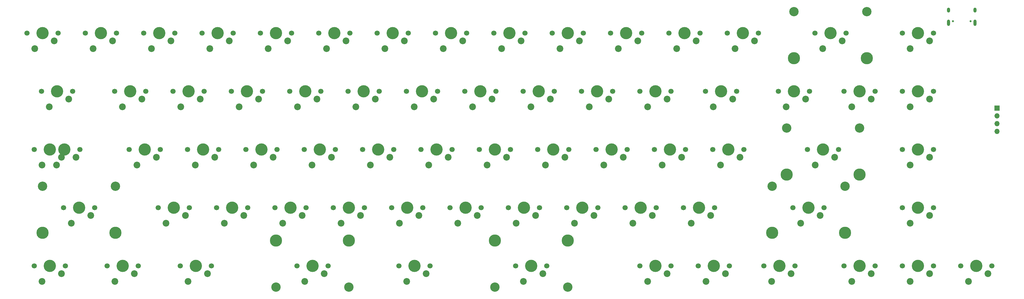
<source format=gts>
%TF.GenerationSoftware,KiCad,Pcbnew,7.0.11*%
%TF.CreationDate,2024-04-25T10:19:36+05:30*%
%TF.ProjectId,Lexicon 69,4c657869-636f-46e2-9036-392e6b696361,rev?*%
%TF.SameCoordinates,Original*%
%TF.FileFunction,Soldermask,Top*%
%TF.FilePolarity,Negative*%
%FSLAX46Y46*%
G04 Gerber Fmt 4.6, Leading zero omitted, Abs format (unit mm)*
G04 Created by KiCad (PCBNEW 7.0.11) date 2024-04-25 10:19:36*
%MOMM*%
%LPD*%
G01*
G04 APERTURE LIST*
%ADD10C,1.700000*%
%ADD11C,4.000000*%
%ADD12C,2.200000*%
%ADD13C,3.048000*%
%ADD14C,3.987800*%
%ADD15R,1.700000X1.700000*%
%ADD16O,1.700000X1.700000*%
%ADD17C,0.650000*%
%ADD18O,1.000000X1.600000*%
%ADD19O,1.000000X2.100000*%
G04 APERTURE END LIST*
D10*
%TO.C,SW68*%
X367030000Y-157162500D03*
D11*
X361950000Y-157162500D03*
D10*
X356870000Y-157162500D03*
D12*
X359410000Y-162242500D03*
X365760000Y-159702500D03*
%TD*%
D13*
%TO.C,REF\u002A\u002A*%
X228593750Y-164147500D03*
D14*
X228593750Y-148907500D03*
D13*
X204793750Y-164147500D03*
D14*
X204793750Y-148907500D03*
%TD*%
D10*
%TO.C,SW8*%
X90805000Y-100012500D03*
D11*
X85725000Y-100012500D03*
D10*
X80645000Y-100012500D03*
D12*
X83185000Y-105092500D03*
X89535000Y-102552500D03*
%TD*%
D10*
%TO.C,SW29*%
X176530000Y-80962500D03*
D11*
X171450000Y-80962500D03*
D10*
X166370000Y-80962500D03*
D12*
X168910000Y-86042500D03*
X175260000Y-83502500D03*
%TD*%
D10*
%TO.C,SW41*%
X233680000Y-80962500D03*
D11*
X228600000Y-80962500D03*
D10*
X223520000Y-80962500D03*
D12*
X226060000Y-86042500D03*
X232410000Y-83502500D03*
%TD*%
D10*
%TO.C,SW39*%
X209867500Y-119062500D03*
D11*
X204787500Y-119062500D03*
D10*
X199707500Y-119062500D03*
D12*
X202247500Y-124142500D03*
X208597500Y-121602500D03*
%TD*%
D10*
%TO.C,SW18*%
X114617500Y-119062500D03*
D11*
X109537500Y-119062500D03*
D10*
X104457500Y-119062500D03*
D12*
X106997500Y-124142500D03*
X113347500Y-121602500D03*
%TD*%
D10*
%TO.C,SW6*%
X64611250Y-157162500D03*
D11*
X59531250Y-157162500D03*
D10*
X54451250Y-157162500D03*
D12*
X56991250Y-162242500D03*
X63341250Y-159702500D03*
%TD*%
D10*
%TO.C,SW79*%
X150336250Y-157162500D03*
D11*
X145256250Y-157162500D03*
D10*
X140176250Y-157162500D03*
D12*
X142716250Y-162242500D03*
X149066250Y-159702500D03*
%TD*%
D10*
%TO.C,SW33*%
X195580000Y-80962500D03*
D11*
X190500000Y-80962500D03*
D10*
X185420000Y-80962500D03*
D12*
X187960000Y-86042500D03*
X194310000Y-83502500D03*
%TD*%
D10*
%TO.C,SW20*%
X138430000Y-80962500D03*
D11*
X133350000Y-80962500D03*
D10*
X128270000Y-80962500D03*
D12*
X130810000Y-86042500D03*
X137160000Y-83502500D03*
%TD*%
D10*
%TO.C,SW47*%
X262255000Y-100012500D03*
D11*
X257175000Y-100012500D03*
D10*
X252095000Y-100012500D03*
D12*
X254635000Y-105092500D03*
X260985000Y-102552500D03*
%TD*%
D10*
%TO.C,SW75*%
X286067500Y-119062500D03*
D11*
X280987500Y-119062500D03*
D10*
X275907500Y-119062500D03*
D12*
X278447500Y-124142500D03*
X284797500Y-121602500D03*
%TD*%
D10*
%TO.C,SW49*%
X238442500Y-138112500D03*
D11*
X233362500Y-138112500D03*
D10*
X228282500Y-138112500D03*
D12*
X230822500Y-143192500D03*
X237172500Y-140652500D03*
%TD*%
D10*
%TO.C,SW57*%
X307498750Y-100012500D03*
D11*
X302418750Y-100012500D03*
D10*
X297338750Y-100012500D03*
D12*
X299878750Y-105092500D03*
X306228750Y-102552500D03*
%TD*%
D10*
%TO.C,SW36*%
X181292500Y-138112500D03*
D11*
X176212500Y-138112500D03*
D10*
X171132500Y-138112500D03*
D12*
X173672500Y-143192500D03*
X180022500Y-140652500D03*
%TD*%
D10*
%TO.C,SW78*%
X112236250Y-157162500D03*
D11*
X107156250Y-157162500D03*
D10*
X102076250Y-157162500D03*
D12*
X104616250Y-162242500D03*
X110966250Y-159702500D03*
%TD*%
D10*
%TO.C,SW59*%
X328930000Y-157162500D03*
D11*
X323850000Y-157162500D03*
D10*
X318770000Y-157162500D03*
D12*
X321310000Y-162242500D03*
X327660000Y-159702500D03*
%TD*%
D10*
%TO.C,SW42*%
X243205000Y-100012500D03*
D11*
X238125000Y-100012500D03*
D10*
X233045000Y-100012500D03*
D12*
X235585000Y-105092500D03*
X241935000Y-102552500D03*
%TD*%
D10*
%TO.C,SW28*%
X143192500Y-138112500D03*
D11*
X138112500Y-138112500D03*
D10*
X133032500Y-138112500D03*
D12*
X135572500Y-143192500D03*
X141922500Y-140652500D03*
%TD*%
D10*
%TO.C,SW38*%
X224155000Y-100012500D03*
D11*
X219075000Y-100012500D03*
D10*
X213995000Y-100012500D03*
D12*
X216535000Y-105092500D03*
X222885000Y-102552500D03*
%TD*%
D13*
%TO.C,REF\u002A\u002A*%
X295281250Y-131127500D03*
D14*
X295281250Y-146367500D03*
D13*
X319081250Y-131127500D03*
D14*
X319081250Y-146367500D03*
%TD*%
D10*
%TO.C,SW22*%
X133667500Y-119062500D03*
D11*
X128587500Y-119062500D03*
D10*
X123507500Y-119062500D03*
D12*
X126047500Y-124142500D03*
X132397500Y-121602500D03*
%TD*%
D10*
%TO.C,SW56*%
X290830000Y-80962500D03*
D11*
X285750000Y-80962500D03*
D10*
X280670000Y-80962500D03*
D12*
X283210000Y-86042500D03*
X289560000Y-83502500D03*
%TD*%
D10*
%TO.C,SW26*%
X167005000Y-100012500D03*
D11*
X161925000Y-100012500D03*
D10*
X156845000Y-100012500D03*
D12*
X159385000Y-105092500D03*
X165735000Y-102552500D03*
%TD*%
D10*
%TO.C,SW31*%
X171767500Y-119062500D03*
D11*
X166687500Y-119062500D03*
D10*
X161607500Y-119062500D03*
D12*
X164147500Y-124142500D03*
X170497500Y-121602500D03*
%TD*%
D10*
%TO.C,SW4*%
X64611250Y-119062500D03*
D11*
X59531250Y-119062500D03*
D10*
X54451250Y-119062500D03*
D12*
X56991250Y-124142500D03*
X63341250Y-121602500D03*
%TD*%
D10*
%TO.C,SW54*%
X257492500Y-138112500D03*
D11*
X252412500Y-138112500D03*
D10*
X247332500Y-138112500D03*
D12*
X249872500Y-143192500D03*
X256222500Y-140652500D03*
%TD*%
D10*
%TO.C,SW30*%
X186055000Y-100012500D03*
D11*
X180975000Y-100012500D03*
D10*
X175895000Y-100012500D03*
D12*
X178435000Y-105092500D03*
X184785000Y-102552500D03*
%TD*%
D10*
%TO.C,SW1*%
X347980000Y-80962500D03*
D11*
X342900000Y-80962500D03*
D10*
X337820000Y-80962500D03*
D12*
X340360000Y-86042500D03*
X346710000Y-83502500D03*
%TD*%
D10*
%TO.C,SW48*%
X247967500Y-119062500D03*
D11*
X242887500Y-119062500D03*
D10*
X237807500Y-119062500D03*
D12*
X240347500Y-124142500D03*
X246697500Y-121602500D03*
%TD*%
D10*
%TO.C,SW40*%
X200342500Y-138112500D03*
D11*
X195262500Y-138112500D03*
D10*
X190182500Y-138112500D03*
D12*
X192722500Y-143192500D03*
X199072500Y-140652500D03*
%TD*%
D13*
%TO.C,REF\u002A\u002A*%
X300043750Y-112077500D03*
D14*
X300043750Y-127317500D03*
D13*
X323843750Y-112077500D03*
D14*
X323843750Y-127317500D03*
%TD*%
D10*
%TO.C,SW21*%
X147955000Y-100012500D03*
D11*
X142875000Y-100012500D03*
D10*
X137795000Y-100012500D03*
D12*
X140335000Y-105092500D03*
X146685000Y-102552500D03*
%TD*%
D13*
%TO.C,REF\u002A\u002A*%
X302425000Y-73977500D03*
D14*
X302425000Y-89217500D03*
D13*
X326225000Y-73977500D03*
D14*
X326225000Y-89217500D03*
%TD*%
D10*
%TO.C,SW17*%
X128905000Y-100012500D03*
D11*
X123825000Y-100012500D03*
D10*
X118745000Y-100012500D03*
D12*
X121285000Y-105092500D03*
X127635000Y-102552500D03*
%TD*%
D10*
%TO.C,SW23*%
X124142500Y-138112500D03*
D11*
X119062500Y-138112500D03*
D10*
X113982500Y-138112500D03*
D12*
X116522500Y-143192500D03*
X122872500Y-140652500D03*
%TD*%
D10*
%TO.C,SW16*%
X119380000Y-80962500D03*
D11*
X114300000Y-80962500D03*
D10*
X109220000Y-80962500D03*
D12*
X111760000Y-86042500D03*
X118110000Y-83502500D03*
%TD*%
D10*
%TO.C,SW51*%
X271780000Y-80962500D03*
D11*
X266700000Y-80962500D03*
D10*
X261620000Y-80962500D03*
D12*
X264160000Y-86042500D03*
X270510000Y-83502500D03*
%TD*%
D10*
%TO.C,SW52*%
X283686250Y-100012500D03*
D11*
X278606250Y-100012500D03*
D10*
X273526250Y-100012500D03*
D12*
X276066250Y-105092500D03*
X282416250Y-102552500D03*
%TD*%
D10*
%TO.C,SW25*%
X157480000Y-80962500D03*
D11*
X152400000Y-80962500D03*
D10*
X147320000Y-80962500D03*
D12*
X149860000Y-86042500D03*
X156210000Y-83502500D03*
%TD*%
D10*
%TO.C,SW12*%
X109855000Y-100012500D03*
D11*
X104775000Y-100012500D03*
D10*
X99695000Y-100012500D03*
D12*
X102235000Y-105092500D03*
X108585000Y-102552500D03*
%TD*%
D10*
%TO.C,SW7*%
X81280000Y-80962500D03*
D11*
X76200000Y-80962500D03*
D10*
X71120000Y-80962500D03*
D12*
X73660000Y-86042500D03*
X80010000Y-83502500D03*
%TD*%
D10*
%TO.C,SW37*%
X214630000Y-80962500D03*
D11*
X209550000Y-80962500D03*
D10*
X204470000Y-80962500D03*
D12*
X207010000Y-86042500D03*
X213360000Y-83502500D03*
%TD*%
D10*
%TO.C,SW43*%
X228917500Y-119062500D03*
D11*
X223837500Y-119062500D03*
D10*
X218757500Y-119062500D03*
D12*
X221297500Y-124142500D03*
X227647500Y-121602500D03*
%TD*%
D10*
%TO.C,SW58*%
X276542500Y-138112500D03*
D11*
X271462500Y-138112500D03*
D10*
X266382500Y-138112500D03*
D12*
X268922500Y-143192500D03*
X275272500Y-140652500D03*
%TD*%
D10*
%TO.C,SW55*%
X281305000Y-157162500D03*
D11*
X276225000Y-157162500D03*
D10*
X271145000Y-157162500D03*
D12*
X273685000Y-162242500D03*
X280035000Y-159702500D03*
%TD*%
D10*
%TO.C,SW50*%
X262255000Y-157162500D03*
D11*
X257175000Y-157162500D03*
D10*
X252095000Y-157162500D03*
D12*
X254635000Y-162242500D03*
X260985000Y-159702500D03*
%TD*%
D13*
%TO.C,REF\u002A\u002A*%
X57156250Y-131127500D03*
D14*
X57156250Y-146367500D03*
D13*
X80956250Y-131127500D03*
D14*
X80956250Y-146367500D03*
%TD*%
D10*
%TO.C,SW64*%
X347980000Y-157162500D03*
D11*
X342900000Y-157162500D03*
D10*
X337820000Y-157162500D03*
D12*
X340360000Y-162242500D03*
X346710000Y-159702500D03*
%TD*%
D10*
%TO.C,SW3*%
X66992500Y-100012500D03*
D11*
X61912500Y-100012500D03*
D10*
X56832500Y-100012500D03*
D12*
X59372500Y-105092500D03*
X65722500Y-102552500D03*
%TD*%
D10*
%TO.C,SW46*%
X252730000Y-80962500D03*
D11*
X247650000Y-80962500D03*
D10*
X242570000Y-80962500D03*
D12*
X245110000Y-86042500D03*
X251460000Y-83502500D03*
%TD*%
D10*
%TO.C,SW15*%
X88423750Y-157162500D03*
D11*
X83343750Y-157162500D03*
D10*
X78263750Y-157162500D03*
D12*
X80803750Y-162242500D03*
X87153750Y-159702500D03*
%TD*%
D10*
%TO.C,SW11*%
X100330000Y-80962500D03*
D11*
X95250000Y-80962500D03*
D10*
X90170000Y-80962500D03*
D12*
X92710000Y-86042500D03*
X99060000Y-83502500D03*
%TD*%
D10*
%TO.C,SW82*%
X302736250Y-157162500D03*
D11*
X297656250Y-157162500D03*
D10*
X292576250Y-157162500D03*
D12*
X295116250Y-162242500D03*
X301466250Y-159702500D03*
%TD*%
D10*
%TO.C,SW27*%
X152717500Y-119062500D03*
D11*
X147637500Y-119062500D03*
D10*
X142557500Y-119062500D03*
D12*
X145097500Y-124142500D03*
X151447500Y-121602500D03*
%TD*%
D10*
%TO.C,SW35*%
X190817500Y-119062500D03*
D11*
X185737500Y-119062500D03*
D10*
X180657500Y-119062500D03*
D12*
X183197500Y-124142500D03*
X189547500Y-121602500D03*
%TD*%
D10*
%TO.C,SW19*%
X105092500Y-138112500D03*
D11*
X100012500Y-138112500D03*
D10*
X94932500Y-138112500D03*
D12*
X97472500Y-143192500D03*
X103822500Y-140652500D03*
%TD*%
D10*
%TO.C,SW67*%
X347980000Y-119062500D03*
D11*
X342900000Y-119062500D03*
D10*
X337820000Y-119062500D03*
D12*
X340360000Y-124142500D03*
X346710000Y-121602500D03*
%TD*%
D10*
%TO.C,SW44*%
X219392500Y-138112500D03*
D11*
X214312500Y-138112500D03*
D10*
X209232500Y-138112500D03*
D12*
X211772500Y-143192500D03*
X218122500Y-140652500D03*
%TD*%
D10*
%TO.C,SW53*%
X267017500Y-119062500D03*
D11*
X261937500Y-119062500D03*
D10*
X256857500Y-119062500D03*
D12*
X259397500Y-124142500D03*
X265747500Y-121602500D03*
%TD*%
D10*
%TO.C,SW77*%
X221773750Y-157162500D03*
D11*
X216693750Y-157162500D03*
D10*
X211613750Y-157162500D03*
D12*
X214153750Y-162242500D03*
X220503750Y-159702500D03*
%TD*%
D10*
%TO.C,SW63*%
X312261250Y-138112500D03*
D11*
X307181250Y-138112500D03*
D10*
X302101250Y-138112500D03*
D12*
X304641250Y-143192500D03*
X310991250Y-140652500D03*
%TD*%
D13*
%TO.C,REF\u002A\u002A*%
X157156250Y-164147500D03*
D14*
X157156250Y-148907500D03*
D13*
X133356250Y-164147500D03*
D14*
X133356250Y-148907500D03*
%TD*%
D10*
%TO.C,SW2*%
X62230000Y-80962500D03*
D11*
X57150000Y-80962500D03*
D10*
X52070000Y-80962500D03*
D12*
X54610000Y-86042500D03*
X60960000Y-83502500D03*
%TD*%
D10*
%TO.C,SW32*%
X162242500Y-138112500D03*
D11*
X157162500Y-138112500D03*
D10*
X152082500Y-138112500D03*
D12*
X154622500Y-143192500D03*
X160972500Y-140652500D03*
%TD*%
D10*
%TO.C,SW5*%
X74136250Y-138112500D03*
D11*
X69056250Y-138112500D03*
D10*
X63976250Y-138112500D03*
D12*
X66516250Y-143192500D03*
X72866250Y-140652500D03*
%TD*%
D10*
%TO.C,SW62*%
X317023750Y-119062500D03*
D11*
X311943750Y-119062500D03*
D10*
X306863750Y-119062500D03*
D12*
X309403750Y-124142500D03*
X315753750Y-121602500D03*
%TD*%
D10*
%TO.C,SW13*%
X95567500Y-119062500D03*
D11*
X90487500Y-119062500D03*
D10*
X85407500Y-119062500D03*
D12*
X87947500Y-124142500D03*
X94297500Y-121602500D03*
%TD*%
D10*
%TO.C,SW70*%
X319405000Y-80962500D03*
D11*
X314325000Y-80962500D03*
D10*
X309245000Y-80962500D03*
D12*
X311785000Y-86042500D03*
X318135000Y-83502500D03*
%TD*%
D10*
%TO.C,SW69*%
X347980000Y-138112500D03*
D11*
X342900000Y-138112500D03*
D10*
X337820000Y-138112500D03*
D12*
X340360000Y-143192500D03*
X346710000Y-140652500D03*
%TD*%
D10*
%TO.C,SW71*%
X328930000Y-100012500D03*
D11*
X323850000Y-100012500D03*
D10*
X318770000Y-100012500D03*
D12*
X321310000Y-105092500D03*
X327660000Y-102552500D03*
%TD*%
D10*
%TO.C,SW24*%
X183673750Y-157162500D03*
D11*
X178593750Y-157162500D03*
D10*
X173513750Y-157162500D03*
D12*
X176053750Y-162242500D03*
X182403750Y-159702500D03*
%TD*%
D10*
%TO.C,SW66*%
X347980000Y-100012500D03*
D11*
X342900000Y-100012500D03*
D10*
X337820000Y-100012500D03*
D12*
X340360000Y-105092500D03*
X346710000Y-102552500D03*
%TD*%
D10*
%TO.C,SW34*%
X205105000Y-100012500D03*
D11*
X200025000Y-100012500D03*
D10*
X194945000Y-100012500D03*
D12*
X197485000Y-105092500D03*
X203835000Y-102552500D03*
%TD*%
D10*
%TO.C,SW9*%
X69373750Y-119062500D03*
D11*
X64293750Y-119062500D03*
D10*
X59213750Y-119062500D03*
D12*
X61753750Y-124142500D03*
X68103750Y-121602500D03*
%TD*%
D15*
%TO.C,J5*%
X368750000Y-105500000D03*
D16*
X368750000Y-108040000D03*
X368750000Y-110580000D03*
X368750000Y-113120000D03*
%TD*%
D17*
%TO.C,J2*%
X354297500Y-77040000D03*
X360077500Y-77040000D03*
D18*
X352867500Y-73390000D03*
D19*
X352867500Y-77570000D03*
D18*
X361507500Y-73390000D03*
D19*
X361507500Y-77570000D03*
%TD*%
M02*

</source>
